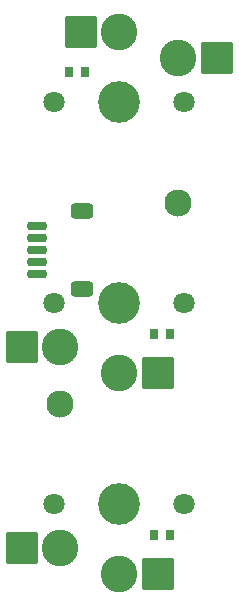
<source format=gbr>
%TF.GenerationSoftware,KiCad,Pcbnew,(7.0.0-0)*%
%TF.CreationDate,2023-06-28T18:09:58+08:00*%
%TF.ProjectId,thumb3,7468756d-6233-42e6-9b69-6361645f7063,v1.0.0*%
%TF.SameCoordinates,Original*%
%TF.FileFunction,Soldermask,Bot*%
%TF.FilePolarity,Negative*%
%FSLAX46Y46*%
G04 Gerber Fmt 4.6, Leading zero omitted, Abs format (unit mm)*
G04 Created by KiCad (PCBNEW (7.0.0-0)) date 2023-06-28 18:09:58*
%MOMM*%
%LPD*%
G01*
G04 APERTURE LIST*
G04 Aperture macros list*
%AMRoundRect*
0 Rectangle with rounded corners*
0 $1 Rounding radius*
0 $2 $3 $4 $5 $6 $7 $8 $9 X,Y pos of 4 corners*
0 Add a 4 corners polygon primitive as box body*
4,1,4,$2,$3,$4,$5,$6,$7,$8,$9,$2,$3,0*
0 Add four circle primitives for the rounded corners*
1,1,$1+$1,$2,$3*
1,1,$1+$1,$4,$5*
1,1,$1+$1,$6,$7*
1,1,$1+$1,$8,$9*
0 Add four rect primitives between the rounded corners*
20,1,$1+$1,$2,$3,$4,$5,0*
20,1,$1+$1,$4,$5,$6,$7,0*
20,1,$1+$1,$6,$7,$8,$9,0*
20,1,$1+$1,$8,$9,$2,$3,0*%
G04 Aperture macros list end*
%ADD10RoundRect,0.200000X-0.625000X0.150000X-0.625000X-0.150000X0.625000X-0.150000X0.625000X0.150000X0*%
%ADD11RoundRect,0.300000X-0.650000X0.350000X-0.650000X-0.350000X0.650000X-0.350000X0.650000X0.350000X0*%
%ADD12C,2.300000*%
%ADD13C,3.529000*%
%ADD14C,1.801800*%
%ADD15C,3.100000*%
%ADD16RoundRect,0.050000X-1.300000X-1.300000X1.300000X-1.300000X1.300000X1.300000X-1.300000X1.300000X0*%
%ADD17RoundRect,0.050000X0.300000X0.350000X-0.300000X0.350000X-0.300000X-0.350000X0.300000X-0.350000X0*%
%ADD18RoundRect,0.050000X-0.300000X-0.350000X0.300000X-0.350000X0.300000X0.350000X-0.300000X0.350000X0*%
G04 APERTURE END LIST*
D10*
%TO.C,JC1*%
X-7000000Y19500000D03*
X-7000000Y20500000D03*
X-7000000Y21500000D03*
X-7000000Y22500000D03*
X-7000000Y23500000D03*
D11*
X-3125000Y24800000D03*
X-3125000Y18200000D03*
%TD*%
D12*
%TO.C,H1*%
X-5000000Y8500000D03*
%TD*%
%TO.C,H2*%
X5000000Y25500000D03*
%TD*%
D13*
%TO.C,S1*%
X0Y34000000D03*
D14*
X-5500000Y34000000D03*
X5500000Y34000000D03*
D15*
X5000000Y37750000D03*
X0Y39950000D03*
D16*
X-3275000Y39950000D03*
X8275000Y37750000D03*
%TD*%
D17*
%TO.C,D1*%
X-2900000Y36600000D03*
X-4300000Y36600000D03*
%TD*%
D13*
%TO.C,S2*%
X0Y17000000D03*
D14*
X5500000Y17000000D03*
X-5500000Y17000000D03*
D15*
X-5000000Y13250000D03*
X0Y11050000D03*
D16*
X3275000Y11050000D03*
X-8275000Y13250000D03*
%TD*%
D18*
%TO.C,D2*%
X2900000Y14400000D03*
X4300000Y14400000D03*
%TD*%
D13*
%TO.C,S3*%
X0Y0D03*
D14*
X5500000Y0D03*
X-5500000Y0D03*
D15*
X-5000000Y-3750000D03*
X0Y-5950000D03*
D16*
X3275000Y-5950000D03*
X-8275000Y-3750000D03*
%TD*%
D18*
%TO.C,D3*%
X2900000Y-2600000D03*
X4300000Y-2600000D03*
%TD*%
M02*

</source>
